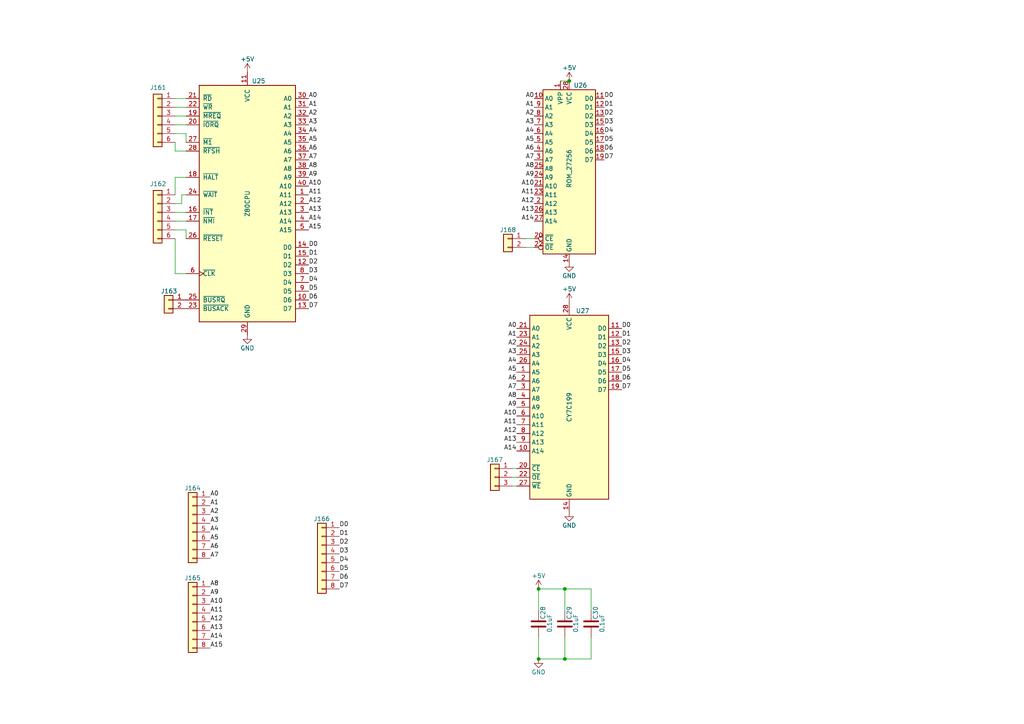
<source format=kicad_sch>
(kicad_sch (version 20231120) (generator "eeschema") (generator_version "8.0")
  (paper "A4")
  (lib_symbols
    (symbol "CPU:Z80CPU" (pin_names (offset 1.016))
      (property "Reference" "U25" (at 1.27 35.56 0))
      (property "Value" "Z80CPU" (at 0 0 90))
      (symbol "Z80CPU_0_1"
        (rectangle (start -13.97 34.29) (end 13.97 -34.29) (stroke (width 0.254)) (fill (type background)))
      )
      (symbol "Z80CPU_1_1"
        (pin output line (at 17.78 2.54 180) (length 3.81) (name "A11") (number "1"))
        (pin bidirectional line (at 17.78 -27.94 180) (length 3.81) (name "D6") (number "10"))
        (pin power_in line (at 0 38.1 270) (length 3.81) (name "VCC") (number "11"))
        (pin bidirectional line (at 17.78 -17.78 180) (length 3.81) (name "D2") (number "12"))
        (pin bidirectional line (at 17.78 -30.48 180) (length 3.81) (name "D7") (number "13"))
        (pin bidirectional line (at 17.78 -12.7 180) (length 3.81) (name "D0") (number "14"))
        (pin bidirectional line (at 17.78 -15.24 180) (length 3.81) (name "D1") (number "15"))
        (pin input line (at -17.78 -2.54 0) (length 3.81) (name "~{INT}") (number "16"))
        (pin input line (at -17.78 -5.08 0) (length 3.81) (name "~{NMI}") (number "17"))
        (pin output line (at -17.78 7.62 0) (length 3.81) (name "~{HALT}") (number "18"))
        (pin output line (at -17.78 25.4 0) (length 3.81) (name "~{MREQ}") (number "19"))
        (pin output line (at 17.78 0 180) (length 3.81) (name "A12") (number "2"))
        (pin output line (at -17.78 22.86 0) (length 3.81) (name "~{IORQ}") (number "20"))
        (pin output line (at -17.78 30.48 0) (length 3.81) (name "~{RD}") (number "21"))
        (pin output line (at -17.78 27.94 0) (length 3.81) (name "~{WR}") (number "22"))
        (pin output line (at -17.78 -30.48 0) (length 3.81) (name "~{BUSACK}") (number "23"))
        (pin input line (at -17.78 2.54 0) (length 3.81) (name "~{WAIT}") (number "24"))
        (pin input line (at -17.78 -27.94 0) (length 3.81) (name "~{BUSRQ}") (number "25"))
        (pin input line (at -17.78 -10.16 0) (length 3.81) (name "~{RESET}") (number "26"))
        (pin output line (at -17.78 17.78 0) (length 3.81) (name "~{M1}") (number "27"))
        (pin output line (at -17.78 15.24 0) (length 3.81) (name "~{RFSH}") (number "28"))
        (pin power_in line (at 0 -38.1 90) (length 3.81) (name "GND") (number "29"))
        (pin output line (at 17.78 -2.54 180) (length 3.81) (name "A13") (number "3"))
        (pin output line (at 17.78 30.48 180) (length 3.81) (name "A0") (number "30"))
        (pin output line (at 17.78 27.94 180) (length 3.81) (name "A1") (number "31"))
        (pin output line (at 17.78 25.4 180) (length 3.81) (name "A2") (number "32"))
        (pin output line (at 17.78 22.86 180) (length 3.81) (name "A3") (number "33"))
        (pin output line (at 17.78 20.32 180) (length 3.81) (name "A4") (number "34"))
        (pin output line (at 17.78 17.78 180) (length 3.81) (name "A5") (number "35"))
        (pin output line (at 17.78 15.24 180) (length 3.81) (name "A6") (number "36"))
        (pin output line (at 17.78 12.7 180) (length 3.81) (name "A7") (number "37"))
        (pin output line (at 17.78 10.16 180) (length 3.81) (name "A8") (number "38"))
        (pin output line (at 17.78 7.62 180) (length 3.81) (name "A9") (number "39"))
        (pin output line (at 17.78 -5.08 180) (length 3.81) (name "A14") (number "4"))
        (pin output line (at 17.78 5.08 180) (length 3.81) (name "A10") (number "40"))
        (pin output line (at 17.78 -7.62 180) (length 3.81) (name "A15") (number "5"))
        (pin input clock (at -17.78 -20.32 0) (length 3.81) (name "~{CLK}") (number "6"))
        (pin bidirectional line (at 17.78 -22.86 180) (length 3.81) (name "D4") (number "7"))
        (pin bidirectional line (at 17.78 -20.32 180) (length 3.81) (name "D3") (number "8"))
        (pin bidirectional line (at 17.78 -25.4 180) (length 3.81) (name "D5") (number "9"))
      )
    )
    (symbol "Connector_Generic:Conn_01x02" (pin_names (offset 1.016) hide)
      (property "Reference" "J" (at 0 2.54 0))
      (property "Value" "Conn_01x02" (at 0 -5.08 0))
      (symbol "Conn_01x02_1_1"
        (rectangle (start -1.27 -2.413) (end 0 -2.667) (stroke (width 0.1524)))
        (rectangle (start -1.27 0.127) (end 0 -0.127) (stroke (width 0.1524)))
        (rectangle (start -1.27 1.27) (end 1.27 -3.81) (stroke (width 0.254)) (fill (type background)))
        (pin passive line (at -5.08 0 0) (length 3.81) (name "Pin_1") (number "1"))
        (pin passive line (at -5.08 -2.54 0) (length 3.81) (name "Pin_2") (number "2"))
      )
    )
    (symbol "Connector_Generic:Conn_01x03" (pin_names (offset 1.016) hide)
      (property "Reference" "J" (at 0 5.08 0))
      (property "Value" "Conn_01x03" (at 0 -5.08 0))
      (symbol "Conn_01x03_1_1"
        (rectangle (start -1.27 -2.413) (end 0 -2.667) (stroke (width 0.1524)))
        (rectangle (start -1.27 0.127) (end 0 -0.127) (stroke (width 0.1524)))
        (rectangle (start -1.27 2.667) (end 0 2.413) (stroke (width 0.1524)))
        (rectangle (start -1.27 3.81) (end 1.27 -3.81) (stroke (width 0.254)) (fill (type background)))
        (pin passive line (at -5.08 2.54 0) (length 3.81) (name "Pin_1") (number "1"))
        (pin passive line (at -5.08 0 0) (length 3.81) (name "Pin_2") (number "2"))
        (pin passive line (at -5.08 -2.54 0) (length 3.81) (name "Pin_3") (number "3"))
      )
    )
    (symbol "Connector_Generic:Conn_01x06" (pin_names (offset 1.016) hide)
      (property "Reference" "J" (at 0 7.62 0))
      (property "Value" "Conn_01x06" (at 0 -10.16 0))
      (symbol "Conn_01x06_1_1"
        (rectangle (start -1.27 -7.493) (end 0 -7.747) (stroke (width 0.1524)))
        (rectangle (start -1.27 -4.953) (end 0 -5.207) (stroke (width 0.1524)))
        (rectangle (start -1.27 -2.413) (end 0 -2.667) (stroke (width 0.1524)))
        (rectangle (start -1.27 0.127) (end 0 -0.127) (stroke (width 0.1524)))
        (rectangle (start -1.27 2.667) (end 0 2.413) (stroke (width 0.1524)))
        (rectangle (start -1.27 5.207) (end 0 4.953) (stroke (width 0.1524)))
        (rectangle (start -1.27 6.35) (end 1.27 -8.89) (stroke (width 0.254)) (fill (type background)))
        (pin passive line (at -5.08 5.08 0) (length 3.81) (name "Pin_1") (number "1"))
        (pin passive line (at -5.08 2.54 0) (length 3.81) (name "Pin_2") (number "2"))
        (pin passive line (at -5.08 0 0) (length 3.81) (name "Pin_3") (number "3"))
        (pin passive line (at -5.08 -2.54 0) (length 3.81) (name "Pin_4") (number "4"))
        (pin passive line (at -5.08 -5.08 0) (length 3.81) (name "Pin_5") (number "5"))
        (pin passive line (at -5.08 -7.62 0) (length 3.81) (name "Pin_6") (number "6"))
      )
    )
    (symbol "Connector_Generic:Conn_01x08" (pin_names (offset 1.016) hide)
      (property "Reference" "J" (at 0 10.16 0))
      (property "Value" "Conn_01x08" (at 0 -12.7 0))
      (symbol "Conn_01x08_1_1"
        (rectangle (start -1.27 -10.033) (end 0 -10.287) (stroke (width 0.1524)))
        (rectangle (start -1.27 -7.493) (end 0 -7.747) (stroke (width 0.1524)))
        (rectangle (start -1.27 -4.953) (end 0 -5.207) (stroke (width 0.1524)))
        (rectangle (start -1.27 -2.413) (end 0 -2.667) (stroke (width 0.1524)))
        (rectangle (start -1.27 0.127) (end 0 -0.127) (stroke (width 0.1524)))
        (rectangle (start -1.27 2.667) (end 0 2.413) (stroke (width 0.1524)))
        (rectangle (start -1.27 5.207) (end 0 4.953) (stroke (width 0.1524)))
        (rectangle (start -1.27 7.747) (end 0 7.493) (stroke (width 0.1524)))
        (rectangle (start -1.27 8.89) (end 1.27 -11.43) (stroke (width 0.254)) (fill (type background)))
        (pin passive line (at -5.08 7.62 0) (length 3.81) (name "Pin_1") (number "1"))
        (pin passive line (at -5.08 5.08 0) (length 3.81) (name "Pin_2") (number "2"))
        (pin passive line (at -5.08 2.54 0) (length 3.81) (name "Pin_3") (number "3"))
        (pin passive line (at -5.08 0 0) (length 3.81) (name "Pin_4") (number "4"))
        (pin passive line (at -5.08 -2.54 0) (length 3.81) (name "Pin_5") (number "5"))
        (pin passive line (at -5.08 -5.08 0) (length 3.81) (name "Pin_6") (number "6"))
        (pin passive line (at -5.08 -7.62 0) (length 3.81) (name "Pin_7") (number "7"))
        (pin passive line (at -5.08 -10.16 0) (length 3.81) (name "Pin_8") (number "8"))
      )
    )
    (symbol "Device:C" (pin_numbers hide) (pin_names (offset 0.254))
      (property "Reference" "C" (at 0.635 2.54 0))
      (property "Value" "C" (at 0.635 -2.54 0))
      (symbol "C_0_1"
        (polyline (pts (xy -2.032 -0.762) (xy 2.032 -0.762)) (stroke (width 0.508)))
        (polyline (pts (xy -2.032 0.762) (xy 2.032 0.762)) (stroke (width 0.508)))
      )
      (symbol "C_1_1"
        (pin passive line (at 0 3.81 270) (length 2.794) (name "~") (number "1"))
        (pin passive line (at 0 -3.81 90) (length 2.794) (name "~") (number "2"))
      )
    )
    (symbol "Memory_RAM:CY7C199"
      (property "Reference" "U" (at -11.43 27.94 0))
      (property "Value" "CY7C199" (at 3.81 27.94 0))
      (symbol "CY7C199_0_0"
        (pin power_in line (at 0 -30.48 90) (length 3.81) (name "GND") (number "14"))
        (pin power_in line (at 0 30.48 270) (length 3.81) (name "VCC") (number "28"))
      )
      (symbol "CY7C199_0_1"
        (rectangle (start -11.43 26.67) (end 11.43 -26.67) (stroke (width 0.254)) (fill (type background)))
      )
      (symbol "CY7C199_1_1"
        (pin input line (at -15.24 10.16 0) (length 3.81) (name "A5") (number "1"))
        (pin input line (at -15.24 -12.7 0) (length 3.81) (name "A14") (number "10"))
        (pin tri_state line (at 15.24 22.86 180) (length 3.81) (name "D0") (number "11"))
        (pin tri_state line (at 15.24 20.32 180) (length 3.81) (name "D1") (number "12"))
        (pin tri_state line (at 15.24 17.78 180) (length 3.81) (name "D2") (number "13"))
        (pin tri_state line (at 15.24 15.24 180) (length 3.81) (name "D3") (number "15"))
        (pin tri_state line (at 15.24 12.7 180) (length 3.81) (name "D4") (number "16"))
        (pin tri_state line (at 15.24 10.16 180) (length 3.81) (name "D5") (number "17"))
        (pin tri_state line (at 15.24 7.62 180) (length 3.81) (name "D6") (number "18"))
        (pin tri_state line (at 15.24 5.08 180) (length 3.81) (name "D7") (number "19"))
        (pin input line (at -15.24 7.62 0) (length 3.81) (name "A6") (number "2"))
        (pin input line (at -15.24 -17.78 0) (length 3.81) (name "~{CE}") (number "20"))
        (pin input line (at -15.24 22.86 0) (length 3.81) (name "A0") (number "21"))
        (pin input line (at -15.24 -20.32 0) (length 3.81) (name "~{OE}") (number "22"))
        (pin input line (at -15.24 20.32 0) (length 3.81) (name "A1") (number "23"))
        (pin input line (at -15.24 17.78 0) (length 3.81) (name "A2") (number "24"))
        (pin input line (at -15.24 15.24 0) (length 3.81) (name "A3") (number "25"))
        (pin input line (at -15.24 12.7 0) (length 3.81) (name "A4") (number "26"))
        (pin input line (at -15.24 -22.86 0) (length 3.81) (name "~{WE}") (number "27"))
        (pin input line (at -15.24 5.08 0) (length 3.81) (name "A7") (number "3"))
        (pin input line (at -15.24 2.54 0) (length 3.81) (name "A8") (number "4"))
        (pin input line (at -15.24 0 0) (length 3.81) (name "A9") (number "5"))
        (pin input line (at -15.24 -2.54 0) (length 3.81) (name "A10") (number "6"))
        (pin input line (at -15.24 -5.08 0) (length 3.81) (name "A11") (number "7"))
        (pin input line (at -15.24 -7.62 0) (length 3.81) (name "A12") (number "8"))
        (pin input line (at -15.24 -10.16 0) (length 3.81) (name "A13") (number "9"))
      )
    )
    (symbol "RetroStackLibrary:ROM_27256"
      (property "Reference" "U" (at 0 0 0))
      (property "Value" "ROM_27256" (at 0 0 0))
      (symbol "ROM_27256_1_1"
        (rectangle (start -7.62 -14.605) (end 7.62 -62.23) (stroke (width 0.254)) (fill (type background)))
        (pin power_in line (at -2.54 -12.065 270) (length 2.54) (name "VPP") (number "1"))
        (pin input line (at -10.16 -17.145 0) (length 2.54) (name "A0") (number "10"))
        (pin tri_state line (at 10.16 -17.145 180) (length 2.54) (name "D0") (number "11"))
        (pin tri_state line (at 10.16 -19.685 180) (length 2.54) (name "D1") (number "12"))
        (pin tri_state line (at 10.16 -22.225 180) (length 2.54) (name "D2") (number "13"))
        (pin power_in line (at 0 -64.77 90) (length 2.54) (name "GND") (number "14"))
        (pin tri_state line (at 10.16 -24.765 180) (length 2.54) (name "D3") (number "15"))
        (pin tri_state line (at 10.16 -27.305 180) (length 2.54) (name "D4") (number "16"))
        (pin tri_state line (at 10.16 -29.845 180) (length 2.54) (name "D5") (number "17"))
        (pin tri_state line (at 10.16 -32.385 180) (length 2.54) (name "D6") (number "18"))
        (pin tri_state line (at 10.16 -34.925 180) (length 2.54) (name "D7") (number "19"))
        (pin input line (at -10.16 -47.625 0) (length 2.54) (name "A12") (number "2"))
        (pin input inverted (at -10.16 -57.785 0) (length 2.54) (name "~{CE}") (number "20"))
        (pin input line (at -10.16 -42.545 0) (length 2.54) (name "A10") (number "21"))
        (pin input inverted (at -10.16 -60.325 0) (length 2.54) (name "~{OE}") (number "22"))
        (pin input line (at -10.16 -45.085 0) (length 2.54) (name "A11") (number "23"))
        (pin input line (at -10.16 -40.005 0) (length 2.54) (name "A9") (number "24"))
        (pin input line (at -10.16 -37.465 0) (length 2.54) (name "A8") (number "25"))
        (pin input line (at -10.16 -50.165 0) (length 2.54) (name "A13") (number "26"))
        (pin input line (at -10.16 -52.705 0) (length 2.54) (name "A14") (number "27"))
        (pin power_in line (at 0 -12.065 270) (length 2.54) (name "VCC") (number "28"))
        (pin input line (at -10.16 -34.925 0) (length 2.54) (name "A7") (number "3"))
        (pin input line (at -10.16 -32.385 0) (length 2.54) (name "A6") (number "4"))
        (pin input line (at -10.16 -29.845 0) (length 2.54) (name "A5") (number "5"))
        (pin input line (at -10.16 -27.305 0) (length 2.54) (name "A4") (number "6"))
        (pin input line (at -10.16 -24.765 0) (length 2.54) (name "A3") (number "7"))
        (pin input line (at -10.16 -22.225 0) (length 2.54) (name "A2") (number "8"))
        (pin input line (at -10.16 -19.685 0) (length 2.54) (name "A1") (number "9"))
      )
    )
    (symbol "power:+5V" (power) (pin_names (offset 0))
      (property "Value" "+5V" (at 0 3.556 0))
      (symbol "+5V_0_1"
        (polyline (pts (xy -0.762 1.27) (xy 0 2.54)))
        (polyline (pts (xy 0 0) (xy 0 2.54)))
        (polyline (pts (xy 0 2.54) (xy 0.762 1.27)))
      )
      (symbol "+5V_1_1"
        (pin power_in line (at 0 0 90) (length 0) hide (name "+5V") (number "1"))
      )
    )
    (symbol "power:GND" (power) (pin_names (offset 0))
      (property "Value" "GND" (at 0 -3.81 0))
      (symbol "GND_0_1"
        (polyline (pts (xy 0 0) (xy 0 -1.27) (xy 1.27 -1.27) (xy 0 -2.54) (xy -1.27 -1.27) (xy 0 -1.27)))
      )
      (symbol "GND_1_1"
        (pin power_in line (at 0 0 270) (length 0) hide (name "GND") (number "1"))
      )
    )
  )
  (junction (at 156.21 170.815))
  (junction (at 156.21 191.135))
  (junction (at 163.83 191.135))
  (junction (at 163.83 170.815))
  (junction (at 165.1 23.495))
  (wire (pts (xy 50.8 64.135) (xy 53.975 64.135)))
  (wire (pts (xy 50.8 43.815) (xy 53.975 43.815)))
  (wire (pts (xy 171.45 184.785) (xy 171.45 191.135)))
  (wire (pts (xy 50.8 56.515) (xy 50.8 51.435)))
  (wire (pts (xy 50.8 31.115) (xy 53.975 31.115)))
  (wire (pts (xy 156.21 191.135) (xy 163.83 191.135)))
  (wire (pts (xy 171.45 177.165) (xy 171.45 170.815)))
  (wire (pts (xy 53.975 66.675) (xy 53.975 69.215)))
  (wire (pts (xy 50.8 28.575) (xy 53.975 28.575)))
  (wire (pts (xy 163.83 177.165) (xy 163.83 170.815)))
  (wire (pts (xy 52.705 59.055) (xy 50.8 59.055)))
  (wire (pts (xy 163.83 184.785) (xy 163.83 191.135)))
  (wire (pts (xy 171.45 170.815) (xy 163.83 170.815)))
  (wire (pts (xy 53.975 38.735) (xy 53.975 41.275)))
  (wire (pts (xy 50.8 51.435) (xy 53.975 51.435)))
  (wire (pts (xy 52.705 56.515) (xy 52.705 59.055)))
  (wire (pts (xy 156.21 170.815) (xy 163.83 170.815)))
  (wire (pts (xy 162.56 23.495) (xy 165.1 23.495)))
  (wire (pts (xy 50.8 41.275) (xy 50.8 43.815)))
  (wire (pts (xy 152.4 69.215) (xy 154.94 69.215)))
  (wire (pts (xy 171.45 191.135) (xy 163.83 191.135)))
  (wire (pts (xy 50.8 69.215) (xy 50.8 79.375)))
  (wire (pts (xy 50.8 66.675) (xy 53.975 66.675)))
  (wire (pts (xy 148.59 138.43) (xy 149.86 138.43)))
  (wire (pts (xy 50.8 38.735) (xy 53.975 38.735)))
  (wire (pts (xy 148.59 135.89) (xy 149.86 135.89)))
  (wire (pts (xy 50.8 33.655) (xy 53.975 33.655)))
  (wire (pts (xy 53.975 56.515) (xy 52.705 56.515)))
  (wire (pts (xy 50.8 36.195) (xy 53.975 36.195)))
  (wire (pts (xy 156.21 177.165) (xy 156.21 170.815)))
  (wire (pts (xy 156.21 184.785) (xy 156.21 191.135)))
  (wire (pts (xy 152.4 71.755) (xy 154.94 71.755)))
  (wire (pts (xy 50.8 79.375) (xy 53.975 79.375)))
  (wire (pts (xy 50.8 61.595) (xy 53.975 61.595)))
  (wire (pts (xy 148.59 140.97) (xy 149.86 140.97)))
  (label "A3" (at 154.94 36.195 180))
  (label "D1" (at 89.535 74.295 0))
  (label "A13" (at 149.86 128.27 180))
  (label "D5" (at 89.535 84.455 0))
  (label "A12" (at 60.96 180.34 0))
  (label "D0" (at 89.535 71.755 0))
  (label "D5" (at 175.26 41.275 0))
  (label "A11" (at 149.86 123.19 180))
  (label "D2" (at 98.425 158.115 0))
  (label "A5" (at 154.94 41.275 180))
  (label "A5" (at 89.535 41.275 0))
  (label "A9" (at 60.96 172.72 0))
  (label "A7" (at 154.94 46.355 180))
  (label "A1" (at 154.94 31.115 180))
  (label "A13" (at 89.535 61.595 0))
  (label "A1" (at 89.535 31.115 0))
  (label "D6" (at 175.26 43.815 0))
  (label "A6" (at 89.535 43.815 0))
  (label "A15" (at 89.535 66.675 0))
  (label "A9" (at 154.94 51.435 180))
  (label "A1" (at 60.96 146.685 0))
  (label "D2" (at 180.34 100.33 0))
  (label "A10" (at 89.535 53.975 0))
  (label "A4" (at 60.96 154.305 0))
  (label "A8" (at 149.86 115.57 180))
  (label "D5" (at 180.34 107.95 0))
  (label "A0" (at 154.94 28.575 180))
  (label "A3" (at 149.86 102.87 180))
  (label "A2" (at 89.535 33.655 0))
  (label "D7" (at 175.26 46.355 0))
  (label "A5" (at 149.86 107.95 180))
  (label "D4" (at 98.425 163.195 0))
  (label "A2" (at 149.86 100.33 180))
  (label "D3" (at 175.26 36.195 0))
  (label "A1" (at 149.86 97.79 180))
  (label "A7" (at 149.86 113.03 180))
  (label "D0" (at 175.26 28.575 0))
  (label "D6" (at 180.34 110.49 0))
  (label "A14" (at 154.94 64.135 180))
  (label "A13" (at 60.96 182.88 0))
  (label "D4" (at 89.535 81.915 0))
  (label "A14" (at 89.535 64.135 0))
  (label "A9" (at 149.86 118.11 180))
  (label "D3" (at 98.425 160.655 0))
  (label "A6" (at 60.96 159.385 0))
  (label "D5" (at 98.425 165.735 0))
  (label "A10" (at 60.96 175.26 0))
  (label "A15" (at 60.96 187.96 0))
  (label "D2" (at 89.535 76.835 0))
  (label "D4" (at 175.26 38.735 0))
  (label "A12" (at 149.86 125.73 180))
  (label "D6" (at 89.535 86.995 0))
  (label "A10" (at 149.86 120.65 180))
  (label "D4" (at 180.34 105.41 0))
  (label "A0" (at 149.86 95.25 180))
  (label "A6" (at 154.94 43.815 180))
  (label "A3" (at 89.535 36.195 0))
  (label "D1" (at 180.34 97.79 0))
  (label "A12" (at 89.535 59.055 0))
  (label "A4" (at 89.535 38.735 0))
  (label "A2" (at 60.96 149.225 0))
  (label "A8" (at 89.535 48.895 0))
  (label "D3" (at 89.535 79.375 0))
  (label "A5" (at 60.96 156.845 0))
  (label "A13" (at 154.94 61.595 180))
  (label "D2" (at 175.26 33.655 0))
  (label "A8" (at 60.96 170.18 0))
  (label "A0" (at 89.535 28.575 0))
  (label "A14" (at 149.86 130.81 180))
  (label "D0" (at 98.425 153.035 0))
  (label "A6" (at 149.86 110.49 180))
  (label "A3" (at 60.96 151.765 0))
  (label "A7" (at 60.96 161.925 0))
  (label "D7" (at 89.535 89.535 0))
  (label "A2" (at 154.94 33.655 180))
  (label "D3" (at 180.34 102.87 0))
  (label "A11" (at 60.96 177.8 0))
  (label "A4" (at 154.94 38.735 180))
  (label "A14" (at 60.96 185.42 0))
  (label "D1" (at 98.425 155.575 0))
  (label "A7" (at 89.535 46.355 0))
  (label "A12" (at 154.94 59.055 180))
  (label "A10" (at 154.94 53.975 180))
  (label "D7" (at 180.34 113.03 0))
  (label "D6" (at 98.425 168.275 0))
  (label "A0" (at 60.96 144.145 0))
  (label "D1" (at 175.26 31.115 0))
  (label "A9" (at 89.535 51.435 0))
  (label "A11" (at 154.94 56.515 180))
  (label "A8" (at 154.94 48.895 180))
  (label "D7" (at 98.425 170.815 0))
  (label "A4" (at 149.86 105.41 180))
  (label "D0" (at 180.34 95.25 0))
  (label "A11" (at 89.535 56.515 0))
  (symbol (lib_id "power:GND") (at 156.21 191.135 0) (unit 1)
    (property "Reference" "#PWR056" (effects (hide yes)))
    (property "Value" "GND" (at 156.21 194.945 0))
  )
  (symbol (lib_id "Memory_RAM:CY7C199") (at 165.1 118.11 0) (unit 1)
    (property "Reference" "U27" (at 167.005 90.17 0) (effects (justify left)))
    (property "Value" "CY7C199" (at 165.1 118.11 90))
    (property "Footprint" "Package_DIP:DIP-28_W7.62mm" (effects (hide yes)))
  )
  (symbol (lib_id "CPU:Z80CPU") (at 71.755 59.055 0) (unit 1)
    (property "Reference" "U25" (at 73.025 23.495 0) (effects (justify left)))
    (property "Value" "Z80CPU" (at 71.755 59.055 90))
    (property "Footprint" "Package_DIP:DIP-40_W15.24mm_Socket" (effects (hide yes)))
    (property "Datasheet" "www.zilog.com/manage_directlink.php?filepath=docs/z80/um0080" (effects (hide yes)))
  )
  (symbol (lib_id "Device:C") (at 171.45 180.975 0) (unit 1)
    (property "Reference" "C30" (at 172.72 179.705 90) (effects (justify left)))
    (property "Value" "0.1uF" (at 174.625 183.515 90) (effects (justify left)))
    (property "Footprint" "Capacitor_SMD:C_0805_2012Metric_Pad1.18x1.45mm_HandSolder" (effects (hide yes)))
  )
  (symbol (lib_id "Connector_Generic:Conn_01x08") (at 55.88 151.765 0) (mirror y) (unit 1)
    (property "Reference" "J164" (at 55.88 141.605 0))
    (property "Value" "Conn_01x08" (effects (hide yes)))
    (property "Footprint" "Connector_PinSocket_2.54mm:PinSocket_1x08_P2.54mm_Vertical" (effects (hide yes)))
  )
  (symbol (lib_id "RetroStackLibrary:ROM_27256") (at 165.1 11.43 0) (unit 1)
    (property "Reference" "U26" (at 166.37 24.765 0) (effects (justify left)))
    (property "Value" "ROM_27256" (at 165.1 48.895 90))
    (property "Footprint" "Package_DIP:DIP-28_W15.24mm" (effects (hide yes)))
  )
  (symbol (lib_id "Connector_Generic:Conn_01x08") (at 55.88 177.8 0) (mirror y) (unit 1)
    (property "Reference" "J165" (at 55.88 167.64 0))
    (property "Value" "Conn_01x08" (effects (hide yes)))
    (property "Footprint" "Connector_PinSocket_2.54mm:PinSocket_1x08_P2.54mm_Vertical" (effects (hide yes)))
  )
  (symbol (lib_id "Connector_Generic:Conn_01x06") (at 45.72 61.595 0) (mirror y) (unit 1)
    (property "Reference" "J162" (at 48.26 53.34 0) (effects (justify left)))
    (property "Value" "Conn_01x06" (effects (hide yes)))
    (property "Footprint" "Connector_PinSocket_2.54mm:PinSocket_1x06_P2.54mm_Vertical" (effects (hide yes)))
  )
  (symbol (lib_id "Connector_Generic:Conn_01x02") (at 147.32 69.215 0) (mirror y) (unit 1)
    (property "Reference" "J168" (at 147.32 66.675 0))
    (property "Value" "Conn_01x02" (effects (hide yes)))
    (property "Footprint" "Connector_PinSocket_2.54mm:PinSocket_1x02_P2.54mm_Vertical" (effects (hide yes)))
  )
  (symbol (lib_id "power:GND") (at 165.1 148.59 0) (unit 1)
    (property "Reference" "#PWR060" (effects (hide yes)))
    (property "Value" "GND" (at 165.1 152.4 0))
  )
  (symbol (lib_id "power:GND") (at 165.1 76.2 0) (unit 1)
    (property "Reference" "#PWR058" (effects (hide yes)))
    (property "Value" "GND" (at 165.1 80.01 0))
  )
  (symbol (lib_id "Connector_Generic:Conn_01x08") (at 93.345 160.655 0) (mirror y) (unit 1)
    (property "Reference" "J166" (at 93.345 150.495 0))
    (property "Value" "Conn_01x08" (effects (hide yes)))
    (property "Footprint" "Connector_PinSocket_2.54mm:PinSocket_1x08_P2.54mm_Vertical" (effects (hide yes)))
  )
  (symbol (lib_id "Connector_Generic:Conn_01x06") (at 45.72 33.655 0) (mirror y) (unit 1)
    (property "Reference" "J161" (at 48.26 25.4 0) (effects (justify left)))
    (property "Value" "Conn_01x06" (effects (hide yes)))
    (property "Footprint" "Connector_PinSocket_2.54mm:PinSocket_1x06_P2.54mm_Vertical" (effects (hide yes)))
  )
  (symbol (lib_id "Connector_Generic:Conn_01x02") (at 48.895 86.995 0) (mirror y) (unit 1)
    (property "Reference" "J163" (at 51.435 84.455 0) (effects (justify left)))
    (property "Value" "Conn_01x02" (effects (hide yes)))
    (property "Footprint" "Connector_PinSocket_2.54mm:PinSocket_1x02_P2.54mm_Vertical" (effects (hide yes)))
  )
  (symbol (lib_id "power:+5V") (at 165.1 87.63 0) (unit 1)
    (property "Reference" "#PWR059" (effects (hide yes)))
    (property "Value" "+5V" (at 165.1 83.82 0))
  )
  (symbol (lib_id "Connector_Generic:Conn_01x03") (at 143.51 138.43 0) (mirror y) (unit 1)
    (property "Reference" "J167" (at 143.51 133.35 0))
    (property "Value" "Conn_01x03" (effects (hide yes)))
    (property "Footprint" "Connector_PinSocket_2.54mm:PinSocket_1x03_P2.54mm_Vertical" (effects (hide yes)))
  )
  (symbol (lib_id "power:+5V") (at 71.755 20.955 0) (unit 1)
    (property "Reference" "#PWR053" (effects (hide yes)))
    (property "Value" "+5V" (at 71.755 17.145 0))
  )
  (symbol (lib_id "power:+5V") (at 156.21 170.815 0) (unit 1)
    (property "Reference" "#PWR055" (effects (hide yes)))
    (property "Value" "+5V" (at 156.21 167.005 0))
  )
  (symbol (lib_id "Device:C") (at 163.83 180.975 0) (unit 1)
    (property "Reference" "C29" (at 165.1 179.705 90) (effects (justify left)))
    (property "Value" "0.1uF" (at 167.005 183.515 90) (effects (justify left)))
    (property "Footprint" "Capacitor_SMD:C_0805_2012Metric_Pad1.18x1.45mm_HandSolder" (effects (hide yes)))
  )
  (symbol (lib_id "power:GND") (at 71.755 97.155 0) (unit 1)
    (property "Reference" "#PWR054" (effects (hide yes)))
    (property "Value" "GND" (at 71.755 100.965 0))
  )
  (symbol (lib_id "Device:C") (at 156.21 180.975 0) (unit 1)
    (property "Reference" "C28" (at 157.48 179.705 90) (effects (justify left)))
    (property "Value" "0.1uF" (at 159.385 183.515 90) (effects (justify left)))
    (property "Footprint" "Capacitor_SMD:C_0805_2012Metric_Pad1.18x1.45mm_HandSolder" (effects (hide yes)))
  )
  (symbol (lib_id "power:+5V") (at 165.1 23.495 0) (unit 1)
    (property "Reference" "#PWR057" (effects (hide yes)))
    (property "Value" "+5V" (at 165.1 19.685 0))
  )
)
</source>
